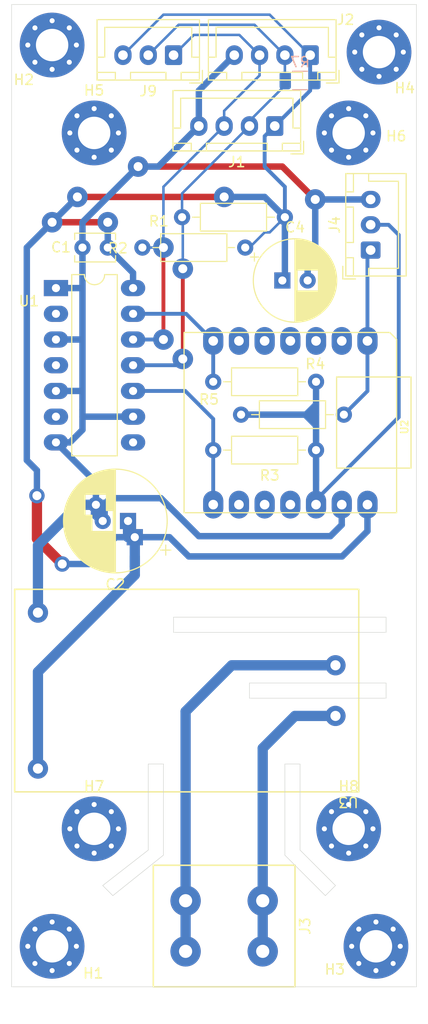
<source format=kicad_pcb>
(kicad_pcb (version 20221018) (generator pcbnew)
  (layers (0 "F.Cu" signal) (31 "B.Cu" signal) (34 "B.Paste" user) (35 "F.Paste" user) (36 "B.SilkS" user "B.Silkscreen") (37 "F.SilkS" user "F.Silkscreen") (38 "B.Mask" user) (39 "F.Mask" user) (44 "Edge.Cuts" user))
  (net 0 "")
  (net 1 "GND")
  (net 2 "+5V")
  (net 3 "+3V3")
  (net 4 "/TX-MOSI")
  (net 5 "/RX-MISO")
  (net 6 "/MOSI")
  (net 7 "/MISO")
  (net 16 "Net-(J3-Pin_1)")
  (net 17 "Net-(J3-Pin_2)")
  (net 22 "Net-(J4-Pin_1)")
  (footprint "MountingHole:MountingHole_3.2mm_M3_Pad_Via" (layer "F.Cu") (at 36.302944 -92.302944)
    (fp_text reference "H4" (at 2.54 3.556) (layer "F.SilkS"))
    (fp_text value "MountingHole" hide)
    (pad "1" thru_hole circle (at -2.4 0) (size 0.8 0.8) (drill 0.5) (layers "*.Cu" "*.Mask"))
    (pad "1" thru_hole circle (at -1.697056 -1.697056) (size 0.8 0.8) (drill 0.5) (layers "*.Cu" "*.Mask"))
    (pad "1" thru_hole circle (at -1.697056 1.697056) (size 0.8 0.8) (drill 0.5) (layers "*.Cu" "*.Mask"))
    (pad "1" thru_hole circle (at 0 -2.4) (size 0.8 0.8) (drill 0.5) (layers "*.Cu" "*.Mask"))
    (pad "1" thru_hole circle (at 0 0) (size 6.4 6.4) (drill 3.2) (layers "*.Cu" "*.Mask"))
    (pad "1" thru_hole circle (at 0 2.4) (size 0.8 0.8) (drill 0.5) (layers "*.Cu" "*.Mask"))
    (pad "1" thru_hole circle (at 1.697056 -1.697056) (size 0.8 0.8) (drill 0.5) (layers "*.Cu" "*.Mask"))
    (pad "1" thru_hole circle (at 1.697056 1.697056) (size 0.8 0.8) (drill 0.5) (layers "*.Cu" "*.Mask"))
    (pad "1" thru_hole circle (at 2.4 0) (size 0.8 0.8) (drill 0.5) (layers "*.Cu" "*.Mask"))
  )
  (footprint "MountingHole:MountingHole_3.2mm_M3_Pad_Via" (layer "F.Cu") (at 36 -4)
    (fp_text reference "H3" (at -4.064 2.286) (layer "F.SilkS"))
    (fp_text value "MountingHole")
    (pad "1" thru_hole circle (at -2.4 0) (size 0.8 0.8) (drill 0.5) (layers "*.Cu" "*.Mask"))
    (pad "1" thru_hole circle (at -1.697056 -1.697056) (size 0.8 0.8) (drill 0.5) (layers "*.Cu" "*.Mask"))
    (pad "1" thru_hole circle (at -1.697056 1.697056) (size 0.8 0.8) (drill 0.5) (layers "*.Cu" "*.Mask"))
    (pad "1" thru_hole circle (at 0 -2.4) (size 0.8 0.8) (drill 0.5) (layers "*.Cu" "*.Mask"))
    (pad "1" thru_hole circle (at 0 0) (size 6.4 6.4) (drill 3.2) (layers "*.Cu" "*.Mask"))
    (pad "1" thru_hole circle (at 0 2.4) (size 0.8 0.8) (drill 0.5) (layers "*.Cu" "*.Mask"))
    (pad "1" thru_hole circle (at 1.697056 -1.697056) (size 0.8 0.8) (drill 0.5) (layers "*.Cu" "*.Mask"))
    (pad "1" thru_hole circle (at 1.697056 1.697056) (size 0.8 0.8) (drill 0.5) (layers "*.Cu" "*.Mask"))
    (pad "1" thru_hole circle (at 2.4 0) (size 0.8 0.8) (drill 0.5) (layers "*.Cu" "*.Mask"))
  )
  (footprint "MountingHole:MountingHole_3.2mm_M3_Pad_Via" (layer "F.Cu") (at 4 -93)
    (fp_text reference "H2" (at -2.794 3.429) (layer "F.SilkS"))
    (fp_text value "MountingHole")
    (pad "1" thru_hole circle (at -2.4 0) (size 0.8 0.8) (drill 0.5) (layers "*.Cu" "*.Mask"))
    (pad "1" thru_hole circle (at -1.697056 -1.697056) (size 0.8 0.8) (drill 0.5) (layers "*.Cu" "*.Mask"))
    (pad "1" thru_hole circle (at -1.697056 1.697056) (size 0.8 0.8) (drill 0.5) (layers "*.Cu" "*.Mask"))
    (pad "1" thru_hole circle (at 0 -2.4) (size 0.8 0.8) (drill 0.5) (layers "*.Cu" "*.Mask"))
    (pad "1" thru_hole circle (at 0 0) (size 6.4 6.4) (drill 3.2) (layers "*.Cu" "*.Mask"))
    (pad "1" thru_hole circle (at 0 2.4) (size 0.8 0.8) (drill 0.5) (layers "*.Cu" "*.Mask"))
    (pad "1" thru_hole circle (at 1.697056 -1.697056) (size 0.8 0.8) (drill 0.5) (layers "*.Cu" "*.Mask"))
    (pad "1" thru_hole circle (at 1.697056 1.697056) (size 0.8 0.8) (drill 0.5) (layers "*.Cu" "*.Mask"))
    (pad "1" thru_hole circle (at 2.4 0) (size 0.8 0.8) (drill 0.5) (layers "*.Cu" "*.Mask"))
  )
  (footprint "MountingHole:MountingHole_3.2mm_M3_Pad_Via" (layer "F.Cu") (at 4 -4)
    (fp_text reference "H1" (at 4.064 2.667) (layer "F.SilkS"))
    (fp_text value "MountingHole")
    (pad "1" thru_hole circle (at -2.4 0) (size 0.8 0.8) (drill 0.5) (layers "*.Cu" "*.Mask"))
    (pad "1" thru_hole circle (at -1.697056 -1.697056) (size 0.8 0.8) (drill 0.5) (layers "*.Cu" "*.Mask"))
    (pad "1" thru_hole circle (at -1.697056 1.697056) (size 0.8 0.8) (drill 0.5) (layers "*.Cu" "*.Mask"))
    (pad "1" thru_hole circle (at 0 -2.4) (size 0.8 0.8) (drill 0.5) (layers "*.Cu" "*.Mask"))
    (pad "1" thru_hole circle (at 0 0) (size 6.4 6.4) (drill 3.2) (layers "*.Cu" "*.Mask"))
    (pad "1" thru_hole circle (at 0 2.4) (size 0.8 0.8) (drill 0.5) (layers "*.Cu" "*.Mask"))
    (pad "1" thru_hole circle (at 1.697056 -1.697056) (size 0.8 0.8) (drill 0.5) (layers "*.Cu" "*.Mask"))
    (pad "1" thru_hole circle (at 1.697056 1.697056) (size 0.8 0.8) (drill 0.5) (layers "*.Cu" "*.Mask"))
    (pad "1" thru_hole circle (at 2.4 0) (size 0.8 0.8) (drill 0.5) (layers "*.Cu" "*.Mask"))
  )
  (footprint "Connector_JST:JST_XH_B3B-XH-A_1x03_P2.50mm_Vertical" (layer "F.Cu") (at 16 -92 180)
    (fp_text reference "J9" (at 2.5 -3.55) (layer "F.SilkS"))
    (fp_text value "Conn_01x04")
    (pad "1" thru_hole roundrect (at 0 0 180) (size 1.7 1.95) (drill 0.95) (layers "*.Cu" "*.Mask") (roundrect_rratio 0.1470588235) (net 4 "/TX-MOSI"))
    (pad "2" thru_hole oval (at 2.5 0 180) (size 1.7 1.95) (drill 0.95) (layers "*.Cu" "*.Mask") (net 5 "/RX-MISO"))
    (pad "3" thru_hole oval (at 5 0 180) (size 1.7 1.95) (drill 0.95) (layers "*.Cu" "*.Mask") (net 2 "+5V"))
  )
  (footprint "Connector_JST:JST_XH_B4B-XH-A_1x04_P2.50mm_Vertical" (layer "F.Cu") (at 29.5 -92 180)
    (fp_text reference "J2" (at -3.5 3.5 180) (layer "F.SilkS"))
    (fp_text value "Conn_01x04")
    (pad "1" thru_hole roundrect (at 0 0 180) (size 1.7 1.95) (drill 0.95) (layers "*.Cu" "*.Mask") (roundrect_rratio 0.1470588235) (net 2 "+5V"))
    (pad "2" thru_hole oval (at 2.5 0 180) (size 1.7 1.95) (drill 0.95) (layers "*.Cu" "*.Mask") (net 5 "/RX-MISO"))
    (pad "3" thru_hole oval (at 5 0 180) (size 1.7 1.95) (drill 0.95) (layers "*.Cu" "*.Mask") (net 4 "/TX-MOSI"))
    (pad "4" thru_hole oval (at 7.5 0 180) (size 1.7 1.95) (drill 0.95) (layers "*.Cu" "*.Mask") (net 1 "GND"))
  )
  (footprint "Capacitor_THT:C_Disc_D3.8mm_W2.6mm_P2.50mm" (layer "F.Cu") (at 9.5 -73 180)
    (fp_text reference "C1" (at 4.626 0.032) (layer "F.SilkS"))
    (fp_text value "CP1_Small")
    (pad "1" thru_hole circle (at 0 0 180) (size 1.6 1.6) (drill 0.8) (layers "*.Cu" "*.Mask") (net 2 "+5V"))
    (pad "2" thru_hole circle (at 2.5 0 180) (size 1.6 1.6) (drill 0.8) (layers "*.Cu" "*.Mask") (net 1 "GND"))
  )
  (footprint "Capacitor_THT:CP_Radial_D8.0mm_P2.50mm" (layer "F.Cu") (at 26.75 -69.75)
    (fp_text reference "C4" (at 1.25 -5.25) (layer "F.SilkS"))
    (fp_text value "CP")
    (pad "1" thru_hole rect (at 0 0) (size 1.6 1.6) (drill 0.8) (layers "*.Cu" "*.Mask") (net 2 "+5V"))
    (pad "2" thru_hole circle (at 2.5 0) (size 1.6 1.6) (drill 0.8) (layers "*.Cu" "*.Mask") (net 1 "GND"))
  )
  (footprint "Resistor_THT:R_Axial_DIN0207_L6.3mm_D2.5mm_P10.16mm_Horizontal" (layer "F.Cu") (at 30.08 -53 180)
    (fp_text reference "R3" (at 4.58 -2.5) (layer "F.SilkS"))
    (fp_text value "R_Small")
    (pad "1" thru_hole circle (at 0 0 180) (size 1.6 1.6) (drill 0.8) (layers "*.Cu" "*.Mask") (net 3 "+3V3"))
    (pad "2" thru_hole oval (at 10.16 0 180) (size 1.6 1.6) (drill 0.8) (layers "*.Cu" "*.Mask") (net 7 "/MISO"))
  )
  (footprint "Resistor_THT:R_Axial_DIN0207_L6.3mm_D2.5mm_P10.16mm_Horizontal" (layer "F.Cu") (at 30.08 -59.75 180)
    (fp_text reference "R4" (at 0.08 1.75) (layer "F.SilkS"))
    (fp_text value "R_Small")
    (pad "1" thru_hole circle (at 0 0 180) (size 1.6 1.6) (drill 0.8) (layers "*.Cu" "*.Mask") (net 3 "+3V3"))
    (pad "2" thru_hole oval (at 10.16 0 180) (size 1.6 1.6) (drill 0.8) (layers "*.Cu" "*.Mask") (net 6 "/MOSI"))
  )
  (footprint "Resistor_THT:R_Axial_DIN0207_L6.3mm_D2.5mm_P10.16mm_Horizontal" (layer "F.Cu") (at 27 -76 180)
    (fp_text reference "R1" (at 12.459 -0.398) (layer "F.SilkS"))
    (fp_text value "R_Small")
    (pad "1" thru_hole circle (at 0 0 180) (size 1.6 1.6) (drill 0.8) (layers "*.Cu" "*.Mask") (net 2 "+5V"))
    (pad "2" thru_hole oval (at 10.16 0 180) (size 1.6 1.6) (drill 0.8) (layers "*.Cu" "*.Mask") (net 5 "/RX-MISO"))
  )
  (footprint "Resistor_THT:R_Axial_DIN0207_L6.3mm_D2.5mm_P10.16mm_Horizontal" (layer "F.Cu") (at 23.08 -73 180)
    (fp_text reference "R2" (at 12.586 -0.061) (layer "F.SilkS"))
    (fp_text value "R_Small")
    (pad "1" thru_hole circle (at 0 0 180) (size 1.6 1.6) (drill 0.8) (layers "*.Cu" "*.Mask") (net 2 "+5V"))
    (pad "2" thru_hole oval (at 10.16 0 180) (size 1.6 1.6) (drill 0.8) (layers "*.Cu" "*.Mask") (net 4 "/TX-MOSI"))
  )
  (footprint "Package_DIP:DIP-14_W7.62mm_LongPads" (layer "F.Cu") (at 4.38 -69)
    (fp_text reference "U1" (at -2.674 1.286) (layer "F.SilkS"))
    (fp_text value "74LS07")
    (pad "1" thru_hole rect (at 0 0) (size 2.4 1.6) (drill 0.8) (layers "*.Cu" "*.Mask") (net 1 "GND"))
    (pad "2" thru_hole oval (at 0 2.54) (size 2.4 1.6) (drill 0.8) (layers "*.Cu" "*.Mask"))
    (pad "3" thru_hole oval (at 0 5.08) (size 2.4 1.6) (drill 0.8) (layers "*.Cu" "*.Mask") (net 1 "GND"))
    (pad "4" thru_hole oval (at 0 7.62) (size 2.4 1.6) (drill 0.8) (layers "*.Cu" "*.Mask"))
    (pad "5" thru_hole oval (at 0 10.16) (size 2.4 1.6) (drill 0.8) (layers "*.Cu" "*.Mask") (net 1 "GND"))
    (pad "6" thru_hole oval (at 0 12.7) (size 2.4 1.6) (drill 0.8) (layers "*.Cu" "*.Mask"))
    (pad "7" thru_hole oval (at 0 15.24) (size 2.4 1.6) (drill 0.8) (layers "*.Cu" "*.Mask") (net 1 "GND"))
    (pad "8" thru_hole oval (at 7.62 15.24) (size 2.4 1.6) (drill 0.8) (layers "*.Cu" "*.Mask"))
    (pad "9" thru_hole oval (at 7.62 12.7) (size 2.4 1.6) (drill 0.8) (layers "*.Cu" "*.Mask") (net 1 "GND"))
    (pad "10" thru_hole oval (at 7.62 10.16) (size 2.4 1.6) (drill 0.8) (layers "*.Cu" "*.Mask") (net 7 "/MISO"))
    (pad "11" thru_hole oval (at 7.62 7.62) (size 2.4 1.6) (drill 0.8) (layers "*.Cu" "*.Mask") (net 5 "/RX-MISO"))
    (pad "12" thru_hole oval (at 7.62 5.08) (size 2.4 1.6) (drill 0.8) (layers "*.Cu" "*.Mask") (net 4 "/TX-MOSI"))
    (pad "13" thru_hole oval (at 7.62 2.54) (size 2.4 1.6) (drill 0.8) (layers "*.Cu" "*.Mask") (net 6 "/MOSI"))
    (pad "14" thru_hole oval (at 7.62 0) (size 2.4 1.6) (drill 0.8) (layers "*.Cu" "*.Mask") (net 2 "+5V"))
  )
  (footprint "Connector_JST:JST_XH_B4B-XH-A_1x04_P2.50mm_Vertical" (layer "F.Cu") (at 26 -85 180)
    (fp_text reference "J1" (at 3.75 -3.55 180) (layer "F.SilkS"))
    (fp_text value "Conn_01x04")
    (pad "1" thru_hole roundrect (at 0 0 180) (size 1.7 1.95) (drill 0.95) (layers "*.Cu" "*.Mask") (roundrect_rratio 0.1470588235) (net 2 "+5V"))
    (pad "2" thru_hole oval (at 2.5 0 180) (size 1.7 1.95) (drill 0.95) (layers "*.Cu" "*.Mask") (net 5 "/RX-MISO"))
    (pad "3" thru_hole oval (at 5 0 180) (size 1.7 1.95) (drill 0.95) (layers "*.Cu" "*.Mask") (net 4 "/TX-MOSI"))
    (pad "4" thru_hole oval (at 7.5 0 180) (size 1.7 1.95) (drill 0.95) (layers "*.Cu" "*.Mask") (net 1 "GND"))
  )
  (footprint "MountingHole:MountingHole_3.2mm_M3_Pad_Via" (layer "F.Cu") (at 33.302944 -15.6)
    (fp_text reference "H8" (at 0 -4.2) (layer "F.SilkS"))
    (fp_text value "MountingHole")
    (pad "1" thru_hole circle (at -2.4 0) (size 0.8 0.8) (drill 0.5) (layers "*.Cu" "*.Mask"))
    (pad "1" thru_hole circle (at -1.697056 -1.697056) (size 0.8 0.8) (drill 0.5) (layers "*.Cu" "*.Mask"))
    (pad "1" thru_hole circle (at -1.697056 1.697056) (size 0.8 0.8) (drill 0.5) (layers "*.Cu" "*.Mask"))
    (pad "1" thru_hole circle (at 0 -2.4) (size 0.8 0.8) (drill 0.5) (layers "*.Cu" "*.Mask"))
    (pad "1" thru_hole circle (at 0 0) (size 6.4 6.4) (drill 3.2) (layers "*.Cu" "*.Mask"))
    (pad "1" thru_hole circle (at 0 2.4) (size 0.8 0.8) (drill 0.5) (layers "*.Cu" "*.Mask"))
    (pad "1" thru_hole circle (at 1.697056 -1.697056) (size 0.8 0.8) (drill 0.5) (layers "*.Cu" "*.Mask"))
    (pad "1" thru_hole circle (at 1.697056 1.697056) (size 0.8 0.8) (drill 0.5) (layers "*.Cu" "*.Mask"))
    (pad "1" thru_hole circle (at 2.4 0) (size 0.8 0.8) (drill 0.5) (layers "*.Cu" "*.Mask"))
  )
  (footprint "MountingHole:MountingHole_3.2mm_M3_Pad_Via" (layer "F.Cu") (at 8.152944 -15.6)
    (fp_text reference "H7" (at 0 -4.2) (layer "F.SilkS"))
    (fp_text value "MountingHole")
    (pad "1" thru_hole circle (at -2.4 0) (size 0.8 0.8) (drill 0.5) (layers "*.Cu" "*.Mask"))
    (pad "1" thru_hole circle (at -1.697056 -1.697056) (size 0.8 0.8) (drill 0.5) (layers "*.Cu" "*.Mask"))
    (pad "1" thru_hole circle (at -1.697056 1.697056) (size 0.8 0.8) (drill 0.5) (layers "*.Cu" "*.Mask"))
    (pad "1" thru_hole circle (at 0 -2.4) (size 0.8 0.8) (drill 0.5) (layers "*.Cu" "*.Mask"))
    (pad "1" thru_hole circle (at 0 0) (size 6.4 6.4) (drill 3.2) (layers "*.Cu" "*.Mask"))
    (pad "1" thru_hole circle (at 0 2.4) (size 0.8 0.8) (drill 0.5) (layers "*.Cu" "*.Mask"))
    (pad "1" thru_hole circle (at 1.697056 -1.697056) (size 0.8 0.8) (drill 0.5) (layers "*.Cu" "*.Mask"))
    (pad "1" thru_hole circle (at 1.697056 1.697056) (size 0.8 0.8) (drill 0.5) (layers "*.Cu" "*.Mask"))
    (pad "1" thru_hole circle (at 2.4 0) (size 0.8 0.8) (drill 0.5) (layers "*.Cu" "*.Mask"))
  )
  (footprint "MountingHole:MountingHole_3.2mm_M3_Pad_Via" (layer "F.Cu") (at 33.302944 -84.32)
    (fp_text reference "H6" (at 4.697056 0.32) (layer "F.SilkS"))
    (fp_text value "MountingHole")
    (pad "1" thru_hole circle (at -2.4 0) (size 0.8 0.8) (drill 0.5) (layers "*.Cu" "*.Mask"))
    (pad "1" thru_hole circle (at -1.697056 -1.697056) (size 0.8 0.8) (drill 0.5) (layers "*.Cu" "*.Mask"))
    (pad "1" thru_hole circle (at -1.697056 1.697056) (size 0.8 0.8) (drill 0.5) (layers "*.Cu" "*.Mask"))
    (pad "1" thru_hole circle (at 0 -2.4) (size 0.8 0.8) (drill 0.5) (layers "*.Cu" "*.Mask"))
    (pad "1" thru_hole circle (at 0 0) (size 6.4 6.4) (drill 3.2) (layers "*.Cu" "*.Mask"))
    (pad "1" thru_hole circle (at 0 2.4) (size 0.8 0.8) (drill 0.5) (layers "*.Cu" "*.Mask"))
    (pad "1" thru_hole circle (at 1.697056 -1.697056) (size 0.8 0.8) (drill 0.5) (layers "*.Cu" "*.Mask"))
    (pad "1" thru_hole circle (at 1.697056 1.697056) (size 0.8 0.8) (drill 0.5) (layers "*.Cu" "*.Mask"))
    (pad "1" thru_hole circle (at 2.4 0) (size 0.8 0.8) (drill 0.5) (layers "*.Cu" "*.Mask"))
  )
  (footprint "Resistor_THT:R_Axial_DIN0207_L6.3mm_D2.5mm_P10.16mm_Horizontal" (layer "F.Cu") (at 22.67 -56.5)
    (fp_text reference "R5" (at -3.17 -1.5) (layer "F.SilkS"))
    (fp_text value "R_Small")
    (pad "1" thru_hole circle (at 0 0) (size 1.6 1.6) (drill 0.8) (layers "*.Cu" "*.Mask") (net 3 "+3V3"))
    (pad "2" thru_hole oval (at 10.16 0) (size 1.6 1.6) (drill 0.8) (layers "*.Cu" "*.Mask") (net 22 "Net-(J4-Pin_1)"))
  )
  (footprint "Capacitor_THT:CP_Radial_D10.0mm_P2.50mm_P5.00mm" (layer "F.Cu") (at 11.5 -46 180)
    (fp_text reference "C2" (at 1.25 -6.25) (layer "F.SilkS"))
    (fp_text value "C_Polarized")
    (pad "1" thru_hole rect (at -0.670937 -1.6 180) (size 1.6 1.6) (drill 0.8) (layers "*.Cu" "*.Mask") (net 2 "+5V"))
    (pad "1" thru_hole rect (at 0 0 180) (size 1.6 1.6) (drill 0.8) (layers "*.Cu" "*.Mask") (net 2 "+5V"))
    (pad "2" thru_hole circle (at 2.5 0 180) (size 1.6 1.6) (drill 0.8) (layers "*.Cu" "*.Mask") (net 1 "GND"))
    (pad "2" thru_hole circle (at 3.170937 1.6 180) (size 1.6 1.6) (drill 0.8) (layers "*.Cu" "*.Mask") (net 1 "GND"))
  )
  (footprint "Connector_JST:JST_XH_B3B-XH-A_1x03_P2.50mm_Vertical" (layer "F.Cu") (at 35.475 -72.75 90)
    (fp_text reference "J4" (at 2.5 -3.55 90) (layer "F.SilkS"))
    (fp_text value "Conn_01x04")
    (pad "1" thru_hole roundrect (at 0 0 90) (size 1.7 1.95) (drill 0.95) (layers "*.Cu" "*.Mask") (roundrect_rratio 0.1470588235) (net 22 "Net-(J4-Pin_1)"))
    (pad "2" thru_hole oval (at 2.5 0 90) (size 1.7 1.95) (drill 0.95) (layers "*.Cu" "*.Mask") (net 3 "+3V3"))
    (pad "3" thru_hole oval (at 5 0 90) (size 1.7 1.95) (drill 0.95) (layers "*.Cu" "*.Mask") (net 1 "GND"))
  )
  (footprint "xiao ESP32C3_PCB:MOUDLE14P-SMD-2.54-21X17.8MM" (layer "F.Cu") (at 17.04 -64.616 -90)
    (fp_text reference "U2" (at 9.3345 -21.7805 -90) (layer "F.SilkS") (effects (font (size 0.7 0.7))))
    (fp_text value "SEEEDUINO-XIAO-ESP32C3")
    (pad "1" thru_hole roundrect (at 0.835 -18.12 270) (size 2.75 2) (drill 0.95) (layers "*.Cu" "*.Mask") (roundrect_rratio 0.5) (net 22 "Net-(J4-Pin_1)"))
    (pad "2" thru_hole roundrect (at 0.835 -15.58 270) (size 2.75 2) (drill 0.95) (layers "*.Cu" "*.Mask") (roundrect_rratio 0.5))
    (pad "3" thru_hole roundrect (at 0.835 -13.04 270) (size 2.75 2) (drill 0.95) (layers "*.Cu" "*.Mask") (roundrect_rratio 0.5))
    (pad "4" thru_hole roundrect (at 0.835 -10.5 270) (size 2.75 2) (drill 0.95) (layers "*.Cu" "*.Mask") (roundrect_rratio 0.5))
    (pad "5" thru_hole roundrect (at 0.835 -7.96 270) (size 2.75 2) (drill 0.95) (layers "*.Cu" "*.Mask") (roundrect_rratio 0.5))
    (pad "6" thru_hole roundrect (at 0.835 -5.42 270) (size 2.75 2) (drill 0.95) (layers "*.Cu" "*.Mask") (roundrect_rratio 0.5))
    (pad "7" thru_hole roundrect (at 0.835 -2.88 270) (size 2.75 2) (drill 0.95) (layers "*.Cu" "*.Mask") (roundrect_rratio 0.5) (net 6 "/MOSI"))
    (pad "8" thru_hole roundrect (at 17 -2.88 270) (size 2.75 2) (drill 0.95) (layers "*.Cu" "*.Mask") (roundrect_rratio 0.5) (net 7 "/MISO"))
    (pad "9" thru_hole roundrect (at 17 -5.42 270) (size 2.75 2) (drill 0.95) (layers "*.Cu" "*.Mask") (roundrect_rratio 0.5))
    (pad "10" thru_hole roundrect (at 17 -7.96 270) (size 2.75 2) (drill 0.95) (layers "*.Cu" "*.Mask") (roundrect_rratio 0.5))
    (pad "11" thru_hole roundrect (at 17 -10.5 270) (size 2.75 2) (drill 0.95) (layers "*.Cu" "*.Mask") (roundrect_rratio 0.5))
    (pad "12" thru_hole roundrect (at 17 -13.04 270) (size 2.75 2) (drill 0.95) (layers "*.Cu" "*.Mask") (roundrect_rratio 0.5) (net 3 "+3V3"))
    (pad "13" thru_hole roundrect (at 17 -15.58 270) (size 2.75 2) (drill 0.95) (layers "*.Cu" "*.Mask") (roundrect_rratio 0.5) (net 1 "GND"))
    (pad "14" thru_hole roundrect (at 17 -18.12 270) (size 2.75 2) (drill 0.95) (layers "*.Cu" "*.Mask") (roundrect_rratio 0.5) (net 2 "+5V"))
  )
  (footprint "custom:WE 691411410002 - 2 Pin Wire-To-Board Terminal Block" (layer "F.Cu") (at 21 -6 -90)
    (fp_text reference "J3" (at 0 -8 90) (layer "F.SilkS"))
    (fp_text value "Conn_01x02")
    (pad "1" thru_hole circle (at -2.5 -3.81 270) (size 3 3) (drill 1.3) (layers "*.Cu" "*.Mask") (net 16 "Net-(J3-Pin_1)"))
    (pad "1" thru_hole circle (at 2.5 -3.81 270) (size 3 3) (drill 1.3) (layers "*.Cu" "*.Mask") (net 16 "Net-(J3-Pin_1)"))
    (pad "2" thru_hole circle (at -2.5 3.81 270) (size 3 3) (drill 1.3) (layers "*.Cu" "*.Mask") (net 17 "Net-(J3-Pin_2)"))
    (pad "2" thru_hole circle (at 2.5 3.81 270) (size 3 3) (drill 1.3) (layers "*.Cu" "*.Mask") (net 17 "Net-(J3-Pin_2)"))
  )
  (footprint "custom:HLK-PM01" (layer "F.Cu") (at 32 -29.25 180)
    (fp_text reference "U3" (at -1.27 -11 180 unlocked) (layer "F.SilkS"))
    (fp_text value "~")
    (pad "1" thru_hole circle (at 0 -2.5 180) (size 2 2) (drill 1) (layers "*.Cu" "*.Mask") (net 16 "Net-(J3-Pin_1)"))
    (pad "2" thru_hole circle (at 0 2.5 180) (size 2 2) (drill 1) (layers "*.Cu" "*.Mask") (net 17 "Net-(J3-Pin_2)"))
    (pad "3" thru_hole circle (at 29.4 7.7 180) (size 2 2) (drill 1) (layers "*.Cu" "*.Mask") (net 1 "GND"))
    (pad "4" thru_hole circle (at 29.4 -7.7 180) (size 2 2) (drill 1) (layers "*.Cu" "*.Mask") (net 2 "+5V"))
  )
  (footprint "MountingHole:MountingHole_3.2mm_M3_Pad_Via" (layer "F.Cu") (at 8.152944 -84.32)
    (fp_text reference "H5" (at 0 -4.2) (layer "F.SilkS"))
    (fp_text value "MountingHole")
    (pad "1" thru_hole circle (at -2.4 0) (size 0.8 0.8) (drill 0.5) (layers "*.Cu" "*.Mask"))
    (pad "1" thru_hole circle (at -1.697056 -1.697056) (size 0.8 0.8) (drill 0.5) (layers "*.Cu" "*.Mask"))
    (pad "1" thru_hole circle (at -1.697056 1.697056) (size 0.8 0.8) (drill 0.5) (layers "*.Cu" "*.Mask"))
    (pad "1" thru_hole circle (at 0 -2.4) (size 0.8 0.8) (drill 0.5) (layers "*.Cu" "*.Mask"))
    (pad "1" thru_hole circle (at 0 0) (size 6.4 6.4) (drill 3.2) (layers "*.Cu" "*.Mask"))
    (pad "1" thru_hole circle (at 0 2.4) (size 0.8 0.8) (drill 0.5) (layers "*.Cu" "*.Mask"))
    (pad "1" thru_hole circle (at 1.697056 -1.697056) (size 0.8 0.8) (drill 0.5) (layers "*.Cu" "*.Mask"))
    (pad "1" thru_hole circle (at 1.697056 1.697056) (size 0.8 0.8) (drill 0.5) (layers "*.Cu" "*.Mask"))
    (pad "1" thru_hole circle (at 2.4 0) (size 0.8 0.8) (drill 0.5) (layers "*.Cu" "*.Mask"))
  )
  (footprint "Resistor_SMD:R_1206_3216Metric" (layer "B.Cu") (at 28.5 -89.5 180)
    (fp_text reference "R7" (at 0 1.82) (layer "B.SilkS") (effects (justify mirror)))
    (fp_text value "R_Small")
    (pad "1" smd roundrect (at -1.4625 0 180) (size 1.125 1.75) (layers "B.Cu" "B.Paste" "B.Mask") (roundrect_rratio 0.2222222222) (net 2 "+5V"))
    (pad "2" smd roundrect (at 1.4625 0 180) (size 1.125 1.75) (layers "B.Cu" "B.Paste" "B.Mask") (roundrect_rratio 0.2222222222) (net 5 "/RX-MISO"))
  )
  (gr_line (start 32 -10) (end 31 -9) (stroke (width 0.05)) (layer "Edge.Cuts"))
  (gr_line (start 13.5 -13.5) (end 9 -10) (stroke (width 0.05)) (layer "Edge.Cuts"))
  (gr_line (start 9 -10) (end 10 -9) (stroke (width 0.05)) (layer "Edge.Cuts"))
  (gr_line (start 0 0) (end 40 0) (stroke (width 0.05)) (layer "Edge.Cuts"))
  (gr_line (start 27 -13) (end 27 -22) (stroke (width 0.05)) (layer "Edge.Cuts"))
  (gr_line (start 15 -13) (end 15 -22) (stroke (width 0.05)) (layer "Edge.Cuts"))
  (gr_line (start 37 -35) (end 37 -36.5) (stroke (width 0.05)) (layer "Edge.Cuts"))
  (gr_line (start 37 -30) (end 23.5 -30) (stroke (width 0.05)) (layer "Edge.Cuts"))
  (gr_line (start 37 -28.5) (end 37 -30) (stroke (width 0.05)) (layer "Edge.Cuts"))
  (gr_line (start 16 -35) (end 37 -35) (stroke (width 0.05)) (layer "Edge.Cuts"))
  (gr_line (start 10 -9) (end 15 -13) (stroke (width 0.05)) (layer "Edge.Cuts"))
  (gr_line (start 40 -97) (end 0 -97) (stroke (width 0.05)) (layer "Edge.Cuts"))
  (gr_line (start 27 -22) (end 28.5 -22) (stroke (width 0.05)) (layer "Edge.Cuts"))
  (gr_line (start 28.5 -13.5) (end 32 -10) (stroke (width 0.05)) (layer "Edge.Cuts"))
  (gr_line (start 37 -36.5) (end 16 -36.5) (stroke (width 0.05)) (layer "Edge.Cuts"))
  (gr_line (start 16 -36.5) (end 16 -35) (stroke (width 0.05)) (layer "Edge.Cuts"))
  (gr_line (start 23.5 -28.5) (end 37 -28.5) (stroke (width 0.05)) (layer "Edge.Cuts"))
  (gr_line (start 15 -22) (end 13.5 -22) (stroke (width 0.05)) (layer "Edge.Cuts"))
  (gr_line (start 23.5 -30) (end 23.5 -28.5) (stroke (width 0.05)) (layer "Edge.Cuts"))
  (gr_line (start 13.5 -22) (end 13.5 -13.5) (stroke (width 0.05)) (layer "Edge.Cuts"))
  (gr_line (start 31 -9) (end 27 -13) (stroke (width 0.05)) (layer "Edge.Cuts"))
  (gr_line (start 40 0) (end 40 -97) (stroke (width 0.05)) (layer "Edge.Cuts"))
  (gr_line (start 28.5 -22) (end 28.5 -13.5) (stroke (width 0.05)) (layer "Edge.Cuts"))
  (gr_line (start 0 -97) (end 0 0) (stroke (width 0.05)) (layer "Edge.Cuts"))
  (segment (start 26.75 -81) (end 30 -77.75) (width 0.635) (layer "F.Cu") (net 1))
  (segment (start 12.5 -81) (end 26.75 -81) (width 0.635) (layer "F.Cu") (net 1))
  (via (at 12.5 -81) (size 2.032) (drill 0.889) (layers "F.Cu" "B.Cu") (net 1))
  (via (at 30 -77.75) (size 2.032) (drill 0.889) (layers "F.Cu" "B.Cu") (net 1))
  (segment (start 32.62 -45.62) (end 31.5 -44.5) (width 0.635) (layer "B.Cu") (net 1))
  (segment (start 8.329063 -47.6) (end 8.329063 -49.810937) (width 0.635) (layer "B.Cu") (net 1))
  (segment (start 7 -72) (end 7 -73) (width 0.635) (layer "B.Cu") (net 1))
  (segment (start 5.76 -53.76) (end 7 -55) (width 0.635) (layer "B.Cu") (net 1))
  (segment (start 4.38 -53.76) (end 5.76 -53.76) (width 0.635) (layer "B.Cu") (net 1))
  (segment (start 30 -72.25) (end 29.25 -71.5) (width 0.635) (layer "B.Cu") (net 1))
  (segment (start 7 -55) (end 7 -57) (width 0.635) (layer "B.Cu") (net 1))
  (segment (start 4.38 -69) (end 7 -69) (width 0.635) (layer "B.Cu") (net 1))
  (segment (start 14.75 -48.25) (end 9.75 -48.25) (width 0.635) (layer "B.Cu") (net 1))
  (segment (start 18.5 -44.5) (end 14.75 -48.25) (width 0.635) (layer "B.Cu") (net 1))
  (segment (start 4.38 -58.84) (end 7 -58.84) (width 0.635) (layer "B.Cu") (net 1))
  (segment (start 9.75 -48.25) (end 9.1 -47.6) (width 0.635) (layer "B.Cu") (net 1))
  (segment (start 4.38 -63.92) (end 7 -63.92) (width 0.635) (layer "B.Cu") (net 1))
  (segment (start 9 -46) (end 9 -47.6) (width 1.016) (layer "B.Cu") (net 1))
  (segment (start 35.475 -77.75) (end 30 -77.75) (width 0.635) (layer "B.Cu") (net 1))
  (segment (start 32.62 -47.616) (end 32.62 -45.62) (width 0.635) (layer "B.Cu") (net 1))
  (segment (start 8.329063 -49.810937) (end 4.38 -53.76) (width 0.635) (layer "B.Cu") (net 1))
  (segment (start 9 -47.6) (end 8.329063 -47.6) (width 1.016) (layer "B.Cu") (net 1))
  (segment (start 18.5 -85) (end 18.5 -88.5) (width 0.635) (layer "B.Cu") (net 1))
  (segment (start 2.6 -43.6) (end 6.6 -47.6) (width 1.016) (layer "B.Cu") (net 1))
  (segment (start 2.6 -36.95) (end 2.6 -43.6) (width 1.016) (layer "B.Cu") (net 1))
  (segment (start 18.5 -88.5) (end 22 -92) (width 0.635) (layer "B.Cu") (net 1))
  (segment (start 9 -46) (end 8.329063 -46.670937) (width 1.016) (layer "B.Cu") (net 1))
  (segment (start 7 -75.5) (end 12.5 -81) (width 0.635) (layer "B.Cu") (net 1))
  (segment (start 7 -57) (end 7 -72) (width 0.635) (layer "B.Cu") (net 1))
  (segment (start 8.329063 -46.670937) (end 8.329063 -47.6) (width 1.016) (layer "B.Cu") (net 1))
  (segment (start 6.6 -47.6) (end 8.329063 -47.6) (width 1.016) (layer "B.Cu") (net 1))
  (segment (start 14.5 -81) (end 18.5 -85) (width 0.635) (layer "B.Cu") (net 1))
  (segment (start 12 -56.3) (end 7 -56.3) (width 0.635) (layer "B.Cu") (net 1))
  (segment (start 12.5 -81) (end 14.5 -81) (width 0.635) (layer "B.Cu") (net 1))
  (segment (start 7 -73) (end 7 -75.5) (width 0.635) (layer "B.Cu") (net 1))
  (segment (start 31.5 -44.5) (end 18.5 -44.5) (width 0.635) (layer "B.Cu") (net 1))
  (segment (start 29.25 -71.5) (end 29.25 -69.75) (width 0.635) (layer "B.Cu") (net 1))
  (segment (start 9.1 -47.6) (end 8.329063 -47.6) (width 0.635) (layer "B.Cu") (net 1))
  (segment (start 30 -77.75) (end 30 -72.25) (width 0.635) (layer "B.Cu") (net 1))
  (segment (start 6.5 -78) (end 21 -78) (width 0.635) (layer "F.Cu") (net 2))
  (segment (start 2.5 -48.5) (end 2.5 -44.25) (width 1.016) (layer "F.Cu") (net 2))
  (segment (start 9.5 -75.5) (end 4 -75.5) (width 0.635) (layer "F.Cu") (net 2))
  (segment (start 2.5 -44.25) (end 5 -41.75) (width 1.016) (layer "F.Cu") (net 2))
  (via (at 5 -41.75) (size 1.524) (drill 0.889) (layers "F.Cu" "B.Cu") (net 2))
  (via (at 2.5 -48.5) (size 1.524) (drill 0.889) (layers "F.Cu" "B.Cu") (net 2))
  (via (at 9.5 -75.5) (size 2.032) (drill 0.889) (layers "F.Cu" "B.Cu") (net 2))
  (via (at 6.5 -78) (size 2.032) (drill 0.889) (layers "F.Cu" "B.Cu") (net 2))
  (via (at 4 -75.5) (size 2.032) (drill 0.889) (layers "F.Cu" "B.Cu") (net 2))
  (via (at 21 -78) (size 2.032) (drill 0.889) (layers "F.Cu" "B.Cu") (net 2))
  (segment (start 12.170937 -42.5) (end 12.170937 -44.4) (width 0.635) (layer "B.Cu") (net 2))
  (segment (start 27 -70) (end 26.75 -69.75) (width 0.635) (layer "B.Cu") (net 2))
  (segment (start 21 -78) (end 25 -78) (width 0.635) (layer "B.Cu") (net 2))
  (segment (start 27 -79) (end 27 -76) (width 0.381) (layer "B.Cu") (net 2))
  (segment (start 25.5 -96) (end 29.5 -92) (width 0.25) (layer "B.Cu") (net 2))
  (segment (start 7.635469 -41.75) (end 5 -41.75) (width 0.635) (layer "B.Cu") (net 2))
  (segment (start 10.285469 -44.4) (end 7.635469 -41.75) (width 0.635) (layer "B.Cu") (net 2))
  (segment (start 11.5 -46) (end 11.5 -44.4) (width 1.016) (layer "B.Cu") (net 2))
  (segment (start 25 -78) (end 25.75 -77.25) (width 0.635) (layer "B.Cu") (net 2))
  (segment (start 25.5 -74.5) (end 25 -74.5) (width 0.25) (layer "B.Cu") (net 2))
  (segment (start 3 -74.5) (end 6.5 -78) (width 0.635) (layer "B.Cu") (net 2))
  (segment (start 12.170937 -40.670937) (end 2.6 -31.1) (width 1.016) (layer "B.Cu") (net 2))
  (segment (start 11 -92) (end 15 -96) (width 0.25) (layer "B.Cu") (net 2))
  (segment (start 25 -74.5) (end 23.5 -73) (width 0.25) (layer "B.Cu") (net 2))
  (segment (start 15.6 -44.4) (end 17.5 -42.5) (width 0.635) (layer "B.Cu") (net 2))
  (segment (start 15 -96) (end 25.5 -96) (width 0.25) (layer "B.Cu") (net 2))
  (segment (start 12.170937 -44.4) (end 10.285469 -44.4) (width 0.635) (layer "B.Cu") (net 2))
  (segment (start 3 -74.5) (end 4 -75.5) (width 0.635) (layer "B.Cu") (net 2))
  (segment (start 25 -81) (end 27 -79) (width 0.381) (layer "B.Cu") (net 2))
  (segment (start 26 -85) (end 25 -84) (width 0.381) (layer "B.Cu") (net 2))
  (segment (start 26 -85) (end 29.5 -88.5) (width 0.381) (layer "B.Cu") (net 2))
  (segment (start 12.170937 -41.5) (end 12.170937 -40.670937) (width 1.016) (layer "B.Cu") (net 2))
  (segment (start 12 -69) (end 12 -70.5) (width 0.635) (layer "B.Cu") (net 2))
  (segment (start 25 -84) (end 25 -81) (width 0.381) (layer "B.Cu") (net 2))
  (segment (start 12.170937 -44.4) (end 15.6 -44.4) (width 0.635) (layer "B.Cu") (net 2))
  (segment (start 12.170937 -42.5) (end 12.170937 -41.5) (width 1.016) (layer "B.Cu") (net 2))
  (segment (start 9.5 -73) (end 9.5 -75.5) (width 0.635) (layer "B.Cu") (net 2))
  (segment (start 2.5 -51) (end 1.5 -52) (width 0.635) (layer "B.Cu") (net 2))
  (segment (start 2.6 -31.1) (end 2.6 -21.55) (width 1.016) (layer "B.Cu") (net 2))
  (segment (start 25.75 -77.25) (end 27 -76) (width 0.635) (layer "B.Cu") (net 2))
  (segment (start 27 -76) (end 25.5 -74.5) (width 0.25) (layer "B.Cu") (net 2))
  (segment (start 1.5 -73) (end 3 -74.5) (width 0.635) (layer "B.Cu") (net 2))
  (segment (start 2.5 -48.5) (end 2.5 -51) (width 0.635) (layer "B.Cu") (net 2))
  (segment (start 27 -76) (end 27 -70) (width 0.635) (layer "B.Cu") (net 2))
  (segment (start 32.66 -42.5) (end 35.16 -45) (width 0.635) (layer "B.Cu") (net 2))
  (segment (start 17.5 -42.5) (end 32.66 -42.5) (width 0.635) (layer "B.Cu") (net 2))
  (segment (start 35.16 -45) (end 35.16 -47.616) (width 0.635) (layer "B.Cu") (net 2))
  (segment (start 12.170937 -41.5) (end 12.170937 -44.4) (width 1.016) (layer "B.Cu") (net 2))
  (segment (start 12 -70.5) (end 9.5 -73) (width 0.635) (layer "B.Cu") (net 2))
  (segment (start 23.5 -73) (end 23.08 -73) (width 0.25) (layer "B.Cu") (net 2))
  (segment (start 29.5 -88.5) (end 29.5 -92) (width 0.381) (layer "B.Cu") (net 2))
  (segment (start 1.5 -52) (end 1.5 -73) (width 0.635) (layer "B.Cu") (net 2))
  (segment (start 29 -56.5) (end 29.08 -56.5) (width 0.635) (layer "B.Cu") (net 3))
  (segment (start 37.25 -75.25) (end 35.475 -75.25) (width 0.381) (layer "B.Cu") (net 3))
  (segment (start 29 -56.5) (end 30.08 -56.5) (width 0.635) (layer "B.Cu") (net 3))
  (segment (start 30.08 -47.616) (end 30.08 -48.08) (width 0.381) (layer "B.Cu") (net 3))
  (segment (start 38.25 -74.25) (end 37.25 -75.25) (width 0.381) (layer "B.Cu") (net 3))
  (segment (start 30.08 -50) (end 30.08 -47.616) (width 0.635) (layer "B.Cu") (net 3))
  (segment (start 30.08 -48.08) (end 38.25 -56.25) (width 0.381) (layer "B.Cu") (net 3))
  (segment (start 30.08 -50) (end 30.08 -59.75) (width 0.635) (layer "B.Cu") (net 3))
  (segment (start 29 -56.5) (end 30.08 -55.42) (width 0.635) (layer "B.Cu") (net 3))
  (segment (start 30.08 -47.616) (end 30.08 -56.5) (width 0.381) (layer "B.Cu") (net 3))
  (segment (start 30.08 -57.5) (end 30.08 -59.75) (width 0.381) (layer "B.Cu") (net 3))
  (segment (start 30.08 -56.5) (end 30.08 -57.5) (width 0.381) (layer "B.Cu") (net 3))
  (segment (start 30.08 -55.42) (end 30.08 -50) (width 0.635) (layer "B.Cu") (net 3))
  (segment (start 29.08 -56.5) (end 30.08 -57.5) (width 0.635) (layer "B.Cu") (net 3))
  (segment (start 38.25 -56.25) (end 38.25 -74.25) (width 0.381) (layer "B.Cu") (net 3))
  (segment (start 22.67 -56.5) (end 29 -56.5) (width 0.635) (layer "B.Cu") (net 3))
  (segment (start 15 -63.92) (end 15 -73) (width 0.381) (layer "F.Cu") (net 4))
  (via (at 15 -73) (size 2.032) (drill 0.889) (layers "F.Cu" "B.Cu") (net 4))
  (via (at 15 -63.92) (size 2.032) (drill 0.889) (layers "F.Cu" "B.Cu") (net 4))
  (segment (start 15 -79) (end 15 -73) (width 0.25) (layer "B.Cu") (net 4))
  (segment (start 22.5 -94) (end 24.5 -92) (width 0.25) (layer "B.Cu") (net 4))
  (segment (start 12.92 -73) (end 15 -73) (width 0.25) (layer "B.Cu") (net 4))
  (segment (start 24.5 -91) (end 24.5 -92) (width 0.25) (layer "B.Cu") (net 4))
  (segment (start 12 -63.92) (end 15 -63.92) (width 0.381) (layer "B.Cu") (net 4))
  (segment (start 21 -85) (end 15 -79) (width 0.25) (layer "B.Cu") (net 4))
  (segment (start 21 -86.5) (end 24.5 -90) (width 0.25) (layer "B.Cu") (net 4))
  (segment (start 18 -94) (end 22.5 -94) (width 0.25) (layer "B.Cu") (net 4))
  (segment (start 24.5 -90) (end 24.5 -91) (width 0.25) (layer "B.Cu") (net 4))
  (segment (start 21 -85) (end 21 -86.5) (width 0.25) (layer "B.Cu") (net 4))
  (segment (start 16 -92) (end 18 -94) (width 0.25) (layer "B.Cu") (net 4))
  (segment (start 16.913 -62) (end 16.913 -70.913) (width 0.381) (layer "F.Cu") (net 5))
  (via (at 16.913 -70.913) (size 2.032) (drill 0.889) (layers "F.Cu" "B.Cu") (net 5))
  (via (at 16.913 -62) (size 2.032) (drill 0.889) (layers "F.Cu" "B.Cu") (net 5))
  (segment (start 23.5 -85) (end 16.84 -78.34) (width 0.25) (layer "B.Cu") (net 5))
  (segment (start 27 -92) (end 27 -89.5375) (width 0.25) (layer "B.Cu") (net 5))
  (segment (start 16.913 -62) (end 16.293 -61.38) (width 0.381) (layer "B.Cu") (net 5))
  (segment (start 27.0375 -89.0375) (end 23.5 -85.5) (width 0.25) (layer "B.Cu") (net 5))
  (segment (start 27 -89.5375) (end 27.0375 -89.5) (width 0.25) (layer "B.Cu") (net 5))
  (segment (start 16.84 -76) (end 16.913 -75.927) (width 0.25) (layer "B.Cu") (net 5))
  (segment (start 16.5 -95) (end 13.5 -92) (width 0.25) (layer "B.Cu") (net 5))
  (segment (start 23.5 -85.5) (end 23.5 -85) (width 0.25) (layer "B.Cu") (net 5))
  (segment (start 16.84 -78.34) (end 16.84 -76) (width 0.25) (layer "B.Cu") (net 5))
  (segment (start 27 -90) (end 27 -92) (width 0.25) (layer "B.Cu") (net 5))
  (segment (start 16.293 -61.38) (end 12 -61.38) (width 0.381) (layer "B.Cu") (net 5))
  (segment (start 27 -92) (end 24 -95) (width 0.25) (layer "B.Cu") (net 5))
  (segment (start 24 -95) (end 16.5 -95) (width 0.25) (layer "B.Cu") (net 5))
  (segment (start 27.0375 -89.5) (end 27.0375 -89.0375) (width 0.25) (layer "B.Cu") (net 5))
  (segment (start 16.913 -75.927) (end 16.913 -70.913) (width 0.25) (layer "B.Cu") (net 5))
  (segment (start 17 -62) (end 16.913 -62) (width 0.381) (layer "B.Cu") (net 5))
  (segment (start 19.92 -59.75) (end 19.92 -63.781) (width 0.381) (layer "B.Cu") (net 6))
  (segment (start 12 -66.46) (end 17.241 -66.46) (width 0.381) (layer "B.Cu") (net 6))
  (segment (start 17.241 -66.46) (end 19.92 -63.781) (width 0.381) (layer "B.Cu") (net 6))
  (segment (start 12 -58.84) (end 17.16 -58.84) (width 0.381) (layer "B.Cu") (net 7))
  (segment (start 19.92 -56.08) (end 19.92 -47.616) (width 0.381) (layer "B.Cu") (net 7))
  (segment (start 17.16 -58.84) (end 19.92 -56.08) (width 0.381) (layer "B.Cu") (net 7))
  (segment (start 24.81 -3.5) (end 24.81 -19) (width 1.016) (layer "B.Cu") (net 16))
  (segment (start 24.81 -19) (end 24.81 -23.56) (width 1.016) (layer "B.Cu") (net 16))
  (segment (start 28 -26.75) (end 32 -26.75) (width 1.016) (layer "B.Cu") (net 16))
  (segment (start 24.81 -23.56) (end 28 -26.75) (width 1.016) (layer "B.Cu") (net 16))
  (segment (start 17.19 -8.5) (end 17.19 -27.19) (width 1.016) (layer "B.Cu") (net 17))
  (segment (start 17.19 -27.19) (end 21.75 -31.75) (width 1.016) (layer "B.Cu") (net 17))
  (segment (start 21.75 -31.75) (end 32 -31.75) (width 1.016) (layer "B.Cu") (net 17))
  (segment (start 17.19 -3.5) (end 17.19 -8.5) (width 1.016) (layer "B.Cu") (net 17))
  (segment (start 35.16 -63.781) (end 35.16 -58.83) (width 0.381) (layer "B.Cu") (net 22))
  (segment (start 35.16 -58.83) (end 32.83 -56.5) (width 0.381) (layer "B.Cu") (net 22))
  (segment (start 35.475 -72.75) (end 35.16 -72.435) (width 0.381) (layer "B.Cu") (net 22))
  (segment (start 35.16 -72.435) (end 35.16 -63.781) (width 0.381) (layer "B.Cu") (net 22))
)
</source>
